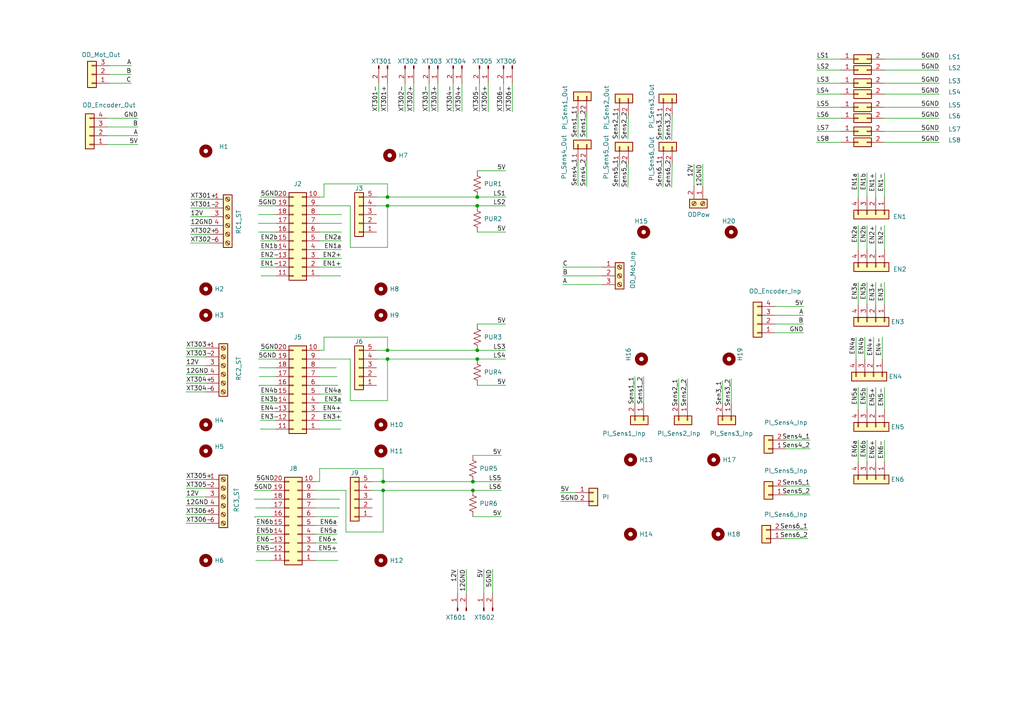
<source format=kicad_sch>
(kicad_sch (version 20211123) (generator eeschema)
  (paper "A4")
  (lib_symbols
    (symbol "Connector:Conn_01x02_Male" (pin_names (offset 1.016) hide)
      (property "Reference" "J" (at 0 2.54 0))
      (property "Value" "Conn_01x02_Male" (at 0 -5.08 0))
      (symbol "Conn_01x02_Male_1_1"
        (polyline (pts (xy 1.27 -2.54) (xy 0.8636 -2.54)) (stroke (width 0.1524)))
        (polyline (pts (xy 1.27 0) (xy 0.8636 0)) (stroke (width 0.1524)))
        (rectangle (start 0.8636 -2.413) (end 0 -2.667) (stroke (width 0.1524)) (fill (type outline)))
        (rectangle (start 0.8636 0.127) (end 0 -0.127) (stroke (width 0.1524)) (fill (type outline)))
        (pin passive line (at 5.08 0 180) (length 3.81) (name "Pin_1") (number "1"))
        (pin passive line (at 5.08 -2.54 180) (length 3.81) (name "Pin_2") (number "2"))
      )
    )
    (symbol "Connector:Screw_Terminal_01x02" (pin_names (offset 1.016) hide)
      (property "Reference" "J" (at 0 2.54 0))
      (property "Value" "Screw_Terminal_01x02" (at 0 -5.08 0))
      (symbol "Screw_Terminal_01x02_1_1"
        (rectangle (start -1.27 1.27) (end 1.27 -3.81) (stroke (width 0.254)) (fill (type background)))
        (circle (center 0 -2.54) (radius 0.635) (stroke (width 0.1524)))
        (polyline (pts (xy -0.5334 -2.2098) (xy 0.3302 -3.048)) (stroke (width 0.1524)))
        (polyline (pts (xy -0.5334 0.3302) (xy 0.3302 -0.508)) (stroke (width 0.1524)))
        (polyline (pts (xy -0.3556 -2.032) (xy 0.508 -2.8702)) (stroke (width 0.1524)))
        (polyline (pts (xy -0.3556 0.508) (xy 0.508 -0.3302)) (stroke (width 0.1524)))
        (circle (center 0 0) (radius 0.635) (stroke (width 0.1524)))
        (pin passive line (at -5.08 0 0) (length 3.81) (name "Pin_1") (number "1"))
        (pin passive line (at -5.08 -2.54 0) (length 3.81) (name "Pin_2") (number "2"))
      )
    )
    (symbol "Connector:Screw_Terminal_01x03" (pin_names (offset 1.016) hide)
      (property "Reference" "J" (at 0 5.08 0))
      (property "Value" "Screw_Terminal_01x03" (at 0 -5.08 0))
      (symbol "Screw_Terminal_01x03_1_1"
        (rectangle (start -1.27 3.81) (end 1.27 -3.81) (stroke (width 0.254)) (fill (type background)))
        (circle (center 0 -2.54) (radius 0.635) (stroke (width 0.1524)))
        (polyline (pts (xy -0.5334 -2.2098) (xy 0.3302 -3.048)) (stroke (width 0.1524)))
        (polyline (pts (xy -0.5334 0.3302) (xy 0.3302 -0.508)) (stroke (width 0.1524)))
        (polyline (pts (xy -0.5334 2.8702) (xy 0.3302 2.032)) (stroke (width 0.1524)))
        (polyline (pts (xy -0.3556 -2.032) (xy 0.508 -2.8702)) (stroke (width 0.1524)))
        (polyline (pts (xy -0.3556 0.508) (xy 0.508 -0.3302)) (stroke (width 0.1524)))
        (polyline (pts (xy -0.3556 3.048) (xy 0.508 2.2098)) (stroke (width 0.1524)))
        (circle (center 0 0) (radius 0.635) (stroke (width 0.1524)))
        (circle (center 0 2.54) (radius 0.635) (stroke (width 0.1524)))
        (pin passive line (at -5.08 2.54 0) (length 3.81) (name "Pin_1") (number "1"))
        (pin passive line (at -5.08 0 0) (length 3.81) (name "Pin_2") (number "2"))
        (pin passive line (at -5.08 -2.54 0) (length 3.81) (name "Pin_3") (number "3"))
      )
    )
    (symbol "Connector:Screw_Terminal_01x06" (pin_names (offset 1.016) hide)
      (property "Reference" "J" (at 0 7.62 0))
      (property "Value" "Screw_Terminal_01x06" (at 0 -10.16 0))
      (symbol "Screw_Terminal_01x06_1_1"
        (rectangle (start -1.27 6.35) (end 1.27 -8.89) (stroke (width 0.254)) (fill (type background)))
        (circle (center 0 -7.62) (radius 0.635) (stroke (width 0.1524)))
        (circle (center 0 -5.08) (radius 0.635) (stroke (width 0.1524)))
        (circle (center 0 -2.54) (radius 0.635) (stroke (width 0.1524)))
        (polyline (pts (xy -0.5334 -7.2898) (xy 0.3302 -8.128)) (stroke (width 0.1524)))
        (polyline (pts (xy -0.5334 -4.7498) (xy 0.3302 -5.588)) (stroke (width 0.1524)))
        (polyline (pts (xy -0.5334 -2.2098) (xy 0.3302 -3.048)) (stroke (width 0.1524)))
        (polyline (pts (xy -0.5334 0.3302) (xy 0.3302 -0.508)) (stroke (width 0.1524)))
        (polyline (pts (xy -0.5334 2.8702) (xy 0.3302 2.032)) (stroke (width 0.1524)))
        (polyline (pts (xy -0.5334 5.4102) (xy 0.3302 4.572)) (stroke (width 0.1524)))
        (polyline (pts (xy -0.3556 -7.112) (xy 0.508 -7.9502)) (stroke (width 0.1524)))
        (polyline (pts (xy -0.3556 -4.572) (xy 0.508 -5.4102)) (stroke (width 0.1524)))
        (polyline (pts (xy -0.3556 -2.032) (xy 0.508 -2.8702)) (stroke (width 0.1524)))
        (polyline (pts (xy -0.3556 0.508) (xy 0.508 -0.3302)) (stroke (width 0.1524)))
        (polyline (pts (xy -0.3556 3.048) (xy 0.508 2.2098)) (stroke (width 0.1524)))
        (polyline (pts (xy -0.3556 5.588) (xy 0.508 4.7498)) (stroke (width 0.1524)))
        (circle (center 0 0) (radius 0.635) (stroke (width 0.1524)))
        (circle (center 0 2.54) (radius 0.635) (stroke (width 0.1524)))
        (circle (center 0 5.08) (radius 0.635) (stroke (width 0.1524)))
        (pin passive line (at -5.08 5.08 0) (length 3.81) (name "Pin_1") (number "1"))
        (pin passive line (at -5.08 2.54 0) (length 3.81) (name "Pin_2") (number "2"))
        (pin passive line (at -5.08 0 0) (length 3.81) (name "Pin_3") (number "3"))
        (pin passive line (at -5.08 -2.54 0) (length 3.81) (name "Pin_4") (number "4"))
        (pin passive line (at -5.08 -5.08 0) (length 3.81) (name "Pin_5") (number "5"))
        (pin passive line (at -5.08 -7.62 0) (length 3.81) (name "Pin_6") (number "6"))
      )
    )
    (symbol "Connector_Generic:Conn_01x02" (pin_names (offset 1.016) hide)
      (property "Reference" "J" (at 0 2.54 0))
      (property "Value" "Conn_01x02" (at 0 -5.08 0))
      (symbol "Conn_01x02_1_1"
        (rectangle (start -1.27 -2.413) (end 0 -2.667) (stroke (width 0.1524)))
        (rectangle (start -1.27 0.127) (end 0 -0.127) (stroke (width 0.1524)))
        (rectangle (start -1.27 1.27) (end 1.27 -3.81) (stroke (width 0.254)) (fill (type background)))
        (pin passive line (at -5.08 0 0) (length 3.81) (name "Pin_1") (number "1"))
        (pin passive line (at -5.08 -2.54 0) (length 3.81) (name "Pin_2") (number "2"))
      )
    )
    (symbol "Connector_Generic:Conn_01x03" (pin_names (offset 1.016) hide)
      (property "Reference" "J" (at 0 5.08 0))
      (property "Value" "Conn_01x03" (at 0 -5.08 0))
      (symbol "Conn_01x03_1_1"
        (rectangle (start -1.27 -2.413) (end 0 -2.667) (stroke (width 0.1524)))
        (rectangle (start -1.27 0.127) (end 0 -0.127) (stroke (width 0.1524)))
        (rectangle (start -1.27 2.667) (end 0 2.413) (stroke (width 0.1524)))
        (rectangle (start -1.27 3.81) (end 1.27 -3.81) (stroke (width 0.254)) (fill (type background)))
        (pin passive line (at -5.08 2.54 0) (length 3.81) (name "Pin_1") (number "1"))
        (pin passive line (at -5.08 0 0) (length 3.81) (name "Pin_2") (number "2"))
        (pin passive line (at -5.08 -2.54 0) (length 3.81) (name "Pin_3") (number "3"))
      )
    )
    (symbol "Connector_Generic:Conn_01x04" (pin_names (offset 1.016) hide)
      (property "Reference" "J" (at 0 5.08 0))
      (property "Value" "Conn_01x04" (at 0 -7.62 0))
      (symbol "Conn_01x04_1_1"
        (rectangle (start -1.27 -4.953) (end 0 -5.207) (stroke (width 0.1524)))
        (rectangle (start -1.27 -2.413) (end 0 -2.667) (stroke (width 0.1524)))
        (rectangle (start -1.27 0.127) (end 0 -0.127) (stroke (width 0.1524)))
        (rectangle (start -1.27 2.667) (end 0 2.413) (stroke (width 0.1524)))
        (rectangle (start -1.27 3.81) (end 1.27 -6.35) (stroke (width 0.254)) (fill (type background)))
        (pin passive line (at -5.08 2.54 0) (length 3.81) (name "Pin_1") (number "1"))
        (pin passive line (at -5.08 0 0) (length 3.81) (name "Pin_2") (number "2"))
        (pin passive line (at -5.08 -2.54 0) (length 3.81) (name "Pin_3") (number "3"))
        (pin passive line (at -5.08 -5.08 0) (length 3.81) (name "Pin_4") (number "4"))
      )
    )
    (symbol "Connector_Generic:Conn_01x05" (pin_names (offset 1.016) hide)
      (property "Reference" "J" (at 0 7.62 0))
      (property "Value" "Conn_01x05" (at 0 -7.62 0))
      (symbol "Conn_01x05_1_1"
        (rectangle (start -1.27 -4.953) (end 0 -5.207) (stroke (width 0.1524)))
        (rectangle (start -1.27 -2.413) (end 0 -2.667) (stroke (width 0.1524)))
        (rectangle (start -1.27 0.127) (end 0 -0.127) (stroke (width 0.1524)))
        (rectangle (start -1.27 2.667) (end 0 2.413) (stroke (width 0.1524)))
        (rectangle (start -1.27 5.207) (end 0 4.953) (stroke (width 0.1524)))
        (rectangle (start -1.27 6.35) (end 1.27 -6.35) (stroke (width 0.254)) (fill (type background)))
        (pin passive line (at -5.08 5.08 0) (length 3.81) (name "Pin_1") (number "1"))
        (pin passive line (at -5.08 2.54 0) (length 3.81) (name "Pin_2") (number "2"))
        (pin passive line (at -5.08 0 0) (length 3.81) (name "Pin_3") (number "3"))
        (pin passive line (at -5.08 -2.54 0) (length 3.81) (name "Pin_4") (number "4"))
        (pin passive line (at -5.08 -5.08 0) (length 3.81) (name "Pin_5") (number "5"))
      )
    )
    (symbol "Connector_Generic:Conn_02x01" (pin_names (offset 1.016) hide)
      (property "Reference" "J" (at 1.27 2.54 0))
      (property "Value" "Conn_02x01" (at 1.27 -2.54 0))
      (symbol "Conn_02x01_1_1"
        (rectangle (start -1.27 0.127) (end 0 -0.127) (stroke (width 0.1524)))
        (rectangle (start -1.27 1.27) (end 3.81 -1.27) (stroke (width 0.254)) (fill (type background)))
        (rectangle (start 3.81 0.127) (end 2.54 -0.127) (stroke (width 0.1524)))
        (pin passive line (at -5.08 0 0) (length 3.81) (name "Pin_1") (number "1"))
        (pin passive line (at 7.62 0 180) (length 3.81) (name "Pin_2") (number "2"))
      )
    )
    (symbol "Connector_Generic:Conn_02x10_Top_Bottom" (pin_names (offset 1.016) hide)
      (property "Reference" "J" (at 1.27 12.7 0))
      (property "Value" "Conn_02x10_Top_Bottom" (at 1.27 -15.24 0))
      (symbol "Conn_02x10_Top_Bottom_1_1"
        (rectangle (start -1.27 -12.573) (end 0 -12.827) (stroke (width 0.1524)))
        (rectangle (start -1.27 -10.033) (end 0 -10.287) (stroke (width 0.1524)))
        (rectangle (start -1.27 -7.493) (end 0 -7.747) (stroke (width 0.1524)))
        (rectangle (start -1.27 -4.953) (end 0 -5.207) (stroke (width 0.1524)))
        (rectangle (start -1.27 -2.413) (end 0 -2.667) (stroke (width 0.1524)))
        (rectangle (start -1.27 0.127) (end 0 -0.127) (stroke (width 0.1524)))
        (rectangle (start -1.27 2.667) (end 0 2.413) (stroke (width 0.1524)))
        (rectangle (start -1.27 5.207) (end 0 4.953) (stroke (width 0.1524)))
        (rectangle (start -1.27 7.747) (end 0 7.493) (stroke (width 0.1524)))
        (rectangle (start -1.27 10.287) (end 0 10.033) (stroke (width 0.1524)))
        (rectangle (start -1.27 11.43) (end 3.81 -13.97) (stroke (width 0.254)) (fill (type background)))
        (rectangle (start 3.81 -12.573) (end 2.54 -12.827) (stroke (width 0.1524)))
        (rectangle (start 3.81 -10.033) (end 2.54 -10.287) (stroke (width 0.1524)))
        (rectangle (start 3.81 -7.493) (end 2.54 -7.747) (stroke (width 0.1524)))
        (rectangle (start 3.81 -4.953) (end 2.54 -5.207) (stroke (width 0.1524)))
        (rectangle (start 3.81 -2.413) (end 2.54 -2.667) (stroke (width 0.1524)))
        (rectangle (start 3.81 0.127) (end 2.54 -0.127) (stroke (width 0.1524)))
        (rectangle (start 3.81 2.667) (end 2.54 2.413) (stroke (width 0.1524)))
        (rectangle (start 3.81 5.207) (end 2.54 4.953) (stroke (width 0.1524)))
        (rectangle (start 3.81 7.747) (end 2.54 7.493) (stroke (width 0.1524)))
        (rectangle (start 3.81 10.287) (end 2.54 10.033) (stroke (width 0.1524)))
        (pin passive line (at -5.08 10.16 0) (length 3.81) (name "Pin_1") (number "1"))
        (pin passive line (at -5.08 -12.7 0) (length 3.81) (name "Pin_10") (number "10"))
        (pin passive line (at 7.62 10.16 180) (length 3.81) (name "Pin_11") (number "11"))
        (pin passive line (at 7.62 7.62 180) (length 3.81) (name "Pin_12") (number "12"))
        (pin passive line (at 7.62 5.08 180) (length 3.81) (name "Pin_13") (number "13"))
        (pin passive line (at 7.62 2.54 180) (length 3.81) (name "Pin_14") (number "14"))
        (pin passive line (at 7.62 0 180) (length 3.81) (name "Pin_15") (number "15"))
        (pin passive line (at 7.62 -2.54 180) (length 3.81) (name "Pin_16") (number "16"))
        (pin passive line (at 7.62 -5.08 180) (length 3.81) (name "Pin_17") (number "17"))
        (pin passive line (at 7.62 -7.62 180) (length 3.81) (name "Pin_18") (number "18"))
        (pin passive line (at 7.62 -10.16 180) (length 3.81) (name "Pin_19") (number "19"))
        (pin passive line (at -5.08 7.62 0) (length 3.81) (name "Pin_2") (number "2"))
        (pin passive line (at 7.62 -12.7 180) (length 3.81) (name "Pin_20") (number "20"))
        (pin passive line (at -5.08 5.08 0) (length 3.81) (name "Pin_3") (number "3"))
        (pin passive line (at -5.08 2.54 0) (length 3.81) (name "Pin_4") (number "4"))
        (pin passive line (at -5.08 0 0) (length 3.81) (name "Pin_5") (number "5"))
        (pin passive line (at -5.08 -2.54 0) (length 3.81) (name "Pin_6") (number "6"))
        (pin passive line (at -5.08 -5.08 0) (length 3.81) (name "Pin_7") (number "7"))
        (pin passive line (at -5.08 -7.62 0) (length 3.81) (name "Pin_8") (number "8"))
        (pin passive line (at -5.08 -10.16 0) (length 3.81) (name "Pin_9") (number "9"))
      )
    )
    (symbol "Device:R_US" (pin_numbers hide) (pin_names (offset 0))
      (property "Reference" "R" (at 2.54 0 90))
      (property "Value" "R_US" (at -2.54 0 90))
      (symbol "R_US_0_1"
        (polyline (pts (xy 0 -2.286) (xy 0 -2.54)))
        (polyline (pts (xy 0 2.286) (xy 0 2.54)))
        (polyline (pts (xy 0 -0.762) (xy 1.016 -1.143) (xy 0 -1.524) (xy -1.016 -1.905) (xy 0 -2.286)))
        (polyline (pts (xy 0 0.762) (xy 1.016 0.381) (xy 0 0) (xy -1.016 -0.381) (xy 0 -0.762)))
        (polyline (pts (xy 0 2.286) (xy 1.016 1.905) (xy 0 1.524) (xy -1.016 1.143) (xy 0 0.762)))
      )
      (symbol "R_US_1_1"
        (pin passive line (at 0 3.81 270) (length 1.27) (name "~") (number "1"))
        (pin passive line (at 0 -3.81 90) (length 1.27) (name "~") (number "2"))
      )
    )
    (symbol "Mechanical:MountingHole" (pin_names (offset 1.016))
      (property "Reference" "H" (at 0 5.08 0))
      (property "Value" "MountingHole" (at 0 3.175 0))
      (symbol "MountingHole_0_1"
        (circle (center 0 0) (radius 1.27) (stroke (width 1.27)))
      )
    )
  )
  (junction (at 138.43 57.15))
  (junction (at 138.43 104.14))
  (junction (at 111.125 139.7))
  (junction (at 138.43 101.6))
  (junction (at 112.395 57.15))
  (junction (at 112.395 101.6))
  (junction (at 138.43 59.69))
  (junction (at 111.125 142.24))
  (junction (at 137.16 139.7))
  (junction (at 137.16 142.24))
  (junction (at 112.395 59.69))
  (junction (at 112.395 104.14))
  (wire (pts (xy 109.22 57.15) (xy 112.395 57.15)))
  (wire (pts (xy 100.33 142.24) (xy 100.33 154.305)))
  (wire (pts (xy 254 127.635) (xy 254 133.985)))
  (wire (pts (xy 109.22 59.69) (xy 112.395 59.69)))
  (wire (pts (xy 138.43 101.6) (xy 146.685 101.6)))
  (wire (pts (xy 101.6 71.755) (xy 112.395 71.755)))
  (wire (pts (xy 92.71 114.3) (xy 99.06 114.3)))
  (wire (pts (xy 53.975 103.505) (xy 59.69 103.505)))
  (wire (pts (xy 138.43 59.69) (xy 146.685 59.69)))
  (wire (pts (xy 254 65.405) (xy 254 72.39)))
  (wire (pts (xy 236.855 17.145) (xy 243.84 17.145)))
  (wire (pts (xy 74.295 160.02) (xy 78.74 160.02)))
  (wire (pts (xy 127 24.13) (xy 127 32.385)))
  (wire (pts (xy 101.6 116.205) (xy 112.395 116.205)))
  (wire (pts (xy 92.71 119.38) (xy 99.06 119.38)))
  (wire (pts (xy 124.46 24.13) (xy 124.46 32.385)))
  (wire (pts (xy 248.92 81.915) (xy 248.92 88.265)))
  (wire (pts (xy 75.565 72.39) (xy 80.01 72.39)))
  (wire (pts (xy 248.92 127.635) (xy 248.92 133.985)))
  (wire (pts (xy 234.95 140.97) (xy 227.965 140.97)))
  (wire (pts (xy 75.565 114.3) (xy 80.01 114.3)))
  (wire (pts (xy 40.005 34.29) (xy 31.115 34.29)))
  (wire (pts (xy 74.168 162.56) (xy 78.74 162.56)))
  (wire (pts (xy 109.22 101.6) (xy 112.395 101.6)))
  (wire (pts (xy 236.855 34.29) (xy 243.84 34.29)))
  (wire (pts (xy 256.54 38.1) (xy 272.415 38.1)))
  (wire (pts (xy 186.69 109.22) (xy 186.69 116.84)))
  (wire (pts (xy 112.395 59.69) (xy 138.43 59.69)))
  (wire (pts (xy 78.74 149.86) (xy 73.914 149.86)))
  (wire (pts (xy 53.975 100.965) (xy 59.69 100.965)))
  (wire (pts (xy 162.56 145.415) (xy 167.005 145.415)))
  (wire (pts (xy 256.54 41.275) (xy 272.415 41.275)))
  (wire (pts (xy 55.245 70.485) (xy 60.96 70.485)))
  (wire (pts (xy 91.44 152.4) (xy 97.79 152.4)))
  (wire (pts (xy 133.985 24.13) (xy 133.985 32.385)))
  (wire (pts (xy 92.71 104.14) (xy 101.6 104.14)))
  (wire (pts (xy 251.46 81.915) (xy 251.46 88.265)))
  (wire (pts (xy 167.64 46.99) (xy 167.64 53.975)))
  (wire (pts (xy 92.71 80.01) (xy 98.806 80.01)))
  (wire (pts (xy 224.79 88.9) (xy 233.045 88.9)))
  (wire (pts (xy 254 112.395) (xy 254 118.745)))
  (wire (pts (xy 112.395 116.205) (xy 112.395 104.14)))
  (wire (pts (xy 91.44 139.7) (xy 92.71 139.7)))
  (wire (pts (xy 75.565 69.85) (xy 80.01 69.85)))
  (wire (pts (xy 137.16 149.86) (xy 145.415 149.86)))
  (wire (pts (xy 248.285 97.79) (xy 248.285 104.14)))
  (wire (pts (xy 93.98 97.79) (xy 112.395 97.79)))
  (wire (pts (xy 112.395 97.79) (xy 112.395 101.6)))
  (wire (pts (xy 142.875 165.1) (xy 142.875 172.085)))
  (wire (pts (xy 74.295 139.7) (xy 78.74 139.7)))
  (wire (pts (xy 40.005 41.91) (xy 31.115 41.91)))
  (wire (pts (xy 112.395 57.15) (xy 138.43 57.15)))
  (wire (pts (xy 91.44 144.78) (xy 98.552 144.78)))
  (wire (pts (xy 92.71 62.23) (xy 99.06 62.23)))
  (wire (pts (xy 112.395 24.13) (xy 112.395 32.385)))
  (wire (pts (xy 254 50.165) (xy 254 57.15)))
  (wire (pts (xy 256.54 112.395) (xy 256.54 118.745)))
  (wire (pts (xy 256.54 127.635) (xy 256.54 133.985)))
  (wire (pts (xy 38.1 21.59) (xy 31.75 21.59)))
  (wire (pts (xy 196.85 109.855) (xy 196.85 116.84)))
  (wire (pts (xy 253.365 97.79) (xy 253.365 104.14)))
  (wire (pts (xy 256.54 17.145) (xy 272.415 17.145)))
  (wire (pts (xy 92.71 77.47) (xy 99.06 77.47)))
  (wire (pts (xy 139.065 24.13) (xy 139.065 32.385)))
  (wire (pts (xy 53.975 106.045) (xy 59.69 106.045)))
  (wire (pts (xy 170.18 46.99) (xy 170.18 54.102)))
  (wire (pts (xy 111.125 135.89) (xy 111.125 139.7)))
  (wire (pts (xy 93.98 101.6) (xy 93.98 97.79)))
  (wire (pts (xy 256.54 34.29) (xy 272.415 34.29)))
  (wire (pts (xy 138.43 93.98) (xy 146.685 93.98)))
  (wire (pts (xy 236.855 31.115) (xy 243.84 31.115)))
  (wire (pts (xy 55.245 60.325) (xy 60.96 60.325)))
  (wire (pts (xy 75.184 106.68) (xy 80.01 106.68)))
  (wire (pts (xy 92.71 72.39) (xy 99.06 72.39)))
  (wire (pts (xy 75.184 111.76) (xy 75.184 112.014)))
  (wire (pts (xy 148.59 24.13) (xy 148.59 32.385)))
  (wire (pts (xy 209.55 110.49) (xy 209.55 116.84)))
  (wire (pts (xy 55.245 67.945) (xy 60.96 67.945)))
  (wire (pts (xy 141.605 24.13) (xy 141.605 32.385)))
  (wire (pts (xy 75.565 116.84) (xy 80.01 116.84)))
  (wire (pts (xy 137.16 132.08) (xy 145.415 132.08)))
  (wire (pts (xy 73.66 144.78) (xy 78.74 144.78)))
  (wire (pts (xy 163.195 77.47) (xy 174.625 77.47)))
  (wire (pts (xy 75.565 101.6) (xy 80.01 101.6)))
  (wire (pts (xy 74.295 152.4) (xy 78.74 152.4)))
  (wire (pts (xy 256.54 50.165) (xy 256.54 57.15)))
  (wire (pts (xy 91.44 154.94) (xy 97.79 154.94)))
  (wire (pts (xy 179.705 47.625) (xy 179.578 54.229)))
  (wire (pts (xy 92.71 135.89) (xy 111.125 135.89)))
  (wire (pts (xy 184.15 109.22) (xy 184.15 116.84)))
  (wire (pts (xy 201.295 47.625) (xy 201.295 53.975)))
  (wire (pts (xy 248.92 65.405) (xy 248.92 72.39)))
  (wire (pts (xy 135.255 165.1) (xy 135.255 172.085)))
  (wire (pts (xy 93.98 53.34) (xy 112.395 53.34)))
  (wire (pts (xy 92.71 111.76) (xy 98.044 111.76)))
  (wire (pts (xy 74.168 147.32) (xy 78.74 147.32)))
  (wire (pts (xy 255.905 97.79) (xy 255.905 104.14)))
  (wire (pts (xy 256.54 27.305) (xy 272.415 27.305)))
  (wire (pts (xy 224.79 91.44) (xy 233.045 91.44)))
  (wire (pts (xy 92.71 74.93) (xy 99.06 74.93)))
  (wire (pts (xy 53.975 139.065) (xy 59.69 139.065)))
  (wire (pts (xy 91.44 162.56) (xy 98.044 162.56)))
  (wire (pts (xy 53.975 113.665) (xy 59.69 113.665)))
  (wire (pts (xy 163.195 82.55) (xy 174.625 82.55)))
  (wire (pts (xy 53.975 144.145) (xy 59.69 144.145)))
  (wire (pts (xy 162.56 142.875) (xy 167.005 142.875)))
  (wire (pts (xy 236.855 27.305) (xy 243.84 27.305)))
  (wire (pts (xy 251.46 127.635) (xy 251.46 133.985)))
  (wire (pts (xy 53.975 146.685) (xy 59.69 146.685)))
  (wire (pts (xy 234.95 127.635) (xy 227.965 127.635)))
  (wire (pts (xy 74.93 104.14) (xy 80.01 104.14)))
  (wire (pts (xy 234.95 143.51) (xy 227.965 143.51)))
  (wire (pts (xy 80.01 124.46) (xy 75.692 124.46)))
  (wire (pts (xy 167.64 33.02) (xy 167.64 39.878)))
  (wire (pts (xy 93.98 57.15) (xy 93.98 53.34)))
  (wire (pts (xy 194.945 47.625) (xy 194.818 54.356)))
  (wire (pts (xy 92.71 101.6) (xy 93.98 101.6)))
  (wire (pts (xy 101.6 59.69) (xy 101.6 71.755)))
  (wire (pts (xy 111.125 139.7) (xy 137.16 139.7)))
  (wire (pts (xy 254 81.915) (xy 254 88.265)))
  (wire (pts (xy 53.975 111.125) (xy 59.69 111.125)))
  (wire (pts (xy 146.05 24.13) (xy 146.05 32.385)))
  (wire (pts (xy 75.565 119.38) (xy 80.01 119.38)))
  (wire (pts (xy 179.705 33.655) (xy 179.578 40.386)))
  (wire (pts (xy 74.295 157.48) (xy 78.74 157.48)))
  (wire (pts (xy 92.71 59.69) (xy 101.6 59.69)))
  (wire (pts (xy 212.09 109.855) (xy 212.09 116.84)))
  (wire (pts (xy 74.93 62.23) (xy 80.01 62.23)))
  (wire (pts (xy 53.975 149.225) (xy 59.69 149.225)))
  (wire (pts (xy 251.46 112.395) (xy 251.46 118.745)))
  (wire (pts (xy 170.18 33.02) (xy 170.18 39.878)))
  (wire (pts (xy 73.66 142.24) (xy 78.74 142.24)))
  (wire (pts (xy 112.395 101.6) (xy 138.43 101.6)))
  (wire (pts (xy 80.01 111.76) (xy 75.184 111.76)))
  (wire (pts (xy 91.44 147.32) (xy 98.298 147.32)))
  (wire (pts (xy 256.54 31.115) (xy 272.415 31.115)))
  (wire (pts (xy 138.43 111.76) (xy 146.685 111.76)))
  (wire (pts (xy 53.975 108.585) (xy 59.69 108.585)))
  (wire (pts (xy 107.95 142.24) (xy 111.125 142.24)))
  (wire (pts (xy 92.71 109.22) (xy 97.79 109.22)))
  (wire (pts (xy 203.835 47.625) (xy 203.835 53.975)))
  (wire (pts (xy 111.125 142.24) (xy 137.16 142.24)))
  (wire (pts (xy 236.855 20.32) (xy 243.84 20.32)))
  (wire (pts (xy 107.95 139.7) (xy 111.125 139.7)))
  (wire (pts (xy 192.405 33.655) (xy 192.278 40.64)))
  (wire (pts (xy 224.79 96.52) (xy 233.045 96.52)))
  (wire (pts (xy 163.195 80.01) (xy 174.625 80.01)))
  (wire (pts (xy 74.93 59.69) (xy 80.01 59.69)))
  (wire (pts (xy 98.298 147.32) (xy 98.298 147.574)))
  (wire (pts (xy 138.43 67.31) (xy 146.685 67.31)))
  (wire (pts (xy 101.6 104.14) (xy 101.6 116.205)))
  (wire (pts (xy 234.95 130.175) (xy 227.965 130.175)))
  (wire (pts (xy 91.44 160.02) (xy 97.79 160.02)))
  (wire (pts (xy 248.92 50.165) (xy 248.92 57.15)))
  (wire (pts (xy 40.005 36.83) (xy 31.115 36.83)))
  (wire (pts (xy 92.71 116.84) (xy 99.06 116.84)))
  (wire (pts (xy 74.93 67.31) (xy 80.01 67.31)))
  (wire (pts (xy 251.46 65.405) (xy 251.46 72.39)))
  (wire (pts (xy 234.315 156.21) (xy 227.33 156.21)))
  (wire (pts (xy 55.245 62.865) (xy 60.96 62.865)))
  (wire (pts (xy 256.54 81.915) (xy 256.54 88.265)))
  (wire (pts (xy 92.71 106.68) (xy 97.536 106.68)))
  (wire (pts (xy 91.44 157.48) (xy 97.79 157.48)))
  (wire (pts (xy 75.565 57.15) (xy 80.01 57.15)))
  (wire (pts (xy 194.945 33.655) (xy 194.818 40.64)))
  (wire (pts (xy 92.71 57.15) (xy 93.98 57.15)))
  (wire (pts (xy 256.54 20.32) (xy 272.415 20.32)))
  (wire (pts (xy 75.184 109.22) (xy 80.01 109.22)))
  (wire (pts (xy 74.93 64.77) (xy 80.01 64.77)))
  (wire (pts (xy 182.245 33.655) (xy 182.118 40.386)))
  (wire (pts (xy 38.1 24.13) (xy 31.75 24.13)))
  (wire (pts (xy 132.715 165.1) (xy 132.715 172.085)))
  (wire (pts (xy 40.005 39.37) (xy 31.115 39.37)))
  (wire (pts (xy 140.335 165.1) (xy 140.335 172.085)))
  (wire (pts (xy 250.825 97.79) (xy 250.825 104.14)))
  (wire (pts (xy 91.44 142.24) (xy 100.33 142.24)))
  (wire (pts (xy 192.405 47.625) (xy 192.278 54.229)))
  (wire (pts (xy 137.16 142.24) (xy 145.415 142.24)))
  (wire (pts (xy 112.395 53.34) (xy 112.395 57.15)))
  (wire (pts (xy 117.475 24.13) (xy 117.475 32.385)))
  (wire (pts (xy 199.39 109.855) (xy 199.39 116.84)))
  (wire (pts (xy 112.395 71.755) (xy 112.395 59.69)))
  (wire (pts (xy 92.71 121.92) (xy 99.06 121.92)))
  (wire (pts (xy 138.43 57.15) (xy 146.685 57.15)))
  (wire (pts (xy 55.245 65.405) (xy 60.96 65.405)))
  (wire (pts (xy 92.71 124.46) (xy 98.806 124.46)))
  (wire (pts (xy 109.855 24.13) (xy 109.855 32.385)))
  (wire (pts (xy 75.692 80.01) (xy 80.01 80.01)))
  (wire (pts (xy 111.125 154.305) (xy 111.125 142.24)))
  (wire (pts (xy 248.92 112.395) (xy 248.92 118.745)))
  (wire (pts (xy 75.692 124.46) (xy 75.692 124.206)))
  (wire (pts (xy 38.1 19.05) (xy 31.75 19.05)))
  (wire (pts (xy 109.22 104.14) (xy 112.395 104.14)))
  (wire (pts (xy 112.395 104.14) (xy 138.43 104.14)))
  (wire (pts (xy 75.565 74.93) (xy 80.01 74.93)))
  (wire (pts (xy 131.445 24.13) (xy 131.445 32.385)))
  (wire (pts (xy 92.71 69.85) (xy 99.06 69.85)))
  (wire (pts (xy 92.71 64.77) (xy 99.06 64.77)))
  (wire (pts (xy 236.855 24.13) (xy 243.84 24.13)))
  (wire (pts (xy 75.565 121.92) (xy 80.01 121.92)))
  (wire (pts (xy 138.43 49.53) (xy 146.685 49.53)))
  (wire (pts (xy 53.975 151.765) (xy 59.69 151.765)))
  (wire (pts (xy 236.855 41.275) (xy 243.84 41.275)))
  (wire (pts (xy 100.33 154.305) (xy 111.125 154.305)))
  (wire (pts (xy 75.565 77.47) (xy 80.01 77.47)))
  (wire (pts (xy 256.54 24.13) (xy 272.415 24.13)))
  (wire (pts (xy 137.16 139.7) (xy 145.415 139.7)))
  (wire (pts (xy 74.295 154.94) (xy 78.74 154.94)))
  (wire (pts (xy 251.46 50.165) (xy 251.46 57.15)))
  (wire (pts (xy 91.44 149.86) (xy 98.044 149.86)))
  (wire (pts (xy 53.975 141.605) (xy 59.69 141.605)))
  (wire (pts (xy 256.54 65.405) (xy 256.54 72.39)))
  (wire (pts (xy 73.914 149.86) (xy 73.914 150.114)))
  (wire (pts (xy 138.43 104.14) (xy 146.685 104.14)))
  (wire (pts (xy 92.71 139.7) (xy 92.71 135.89)))
  (wire (pts (xy 92.71 67.31) (xy 99.06 67.31)))
  (wire (pts (xy 224.79 93.98) (xy 233.045 93.98)))
  (wire (pts (xy 236.855 38.1) (xy 243.84 38.1)))
  (wire (pts (xy 182.245 47.625) (xy 182.118 54.356)))
  (wire (pts (xy 55.245 57.785) (xy 60.96 57.785)))
  (wire (pts (xy 234.315 153.67) (xy 227.33 153.67)))
  (wire (pts (xy 120.015 24.13) (xy 120.015 32.385)))
  (label "A" (at 163.195 82.55 0))
  (label "XT301+" (at 55.245 57.785 0))
  (label "EN5b" (at 74.295 154.94 0))
  (label "Sens4_2" (at 170.18 54.102 90))
  (label "EN4-" (at 255.905 97.79 270))
  (label "XT305-" (at 139.065 32.385 90))
  (label "XT306+" (at 53.975 149.225 0))
  (label "XT303+" (at 53.975 100.965 0))
  (label "EN2b" (at 75.565 69.85 0))
  (label "LS1" (at 146.685 57.15 180))
  (label "XT305-" (at 53.975 141.605 0))
  (label "5GND" (at 75.565 101.6 0))
  (label "LS4" (at 146.685 104.14 180))
  (label "12GND" (at 55.245 65.405 0))
  (label "XT306+" (at 148.59 32.385 90))
  (label "5GND" (at 142.875 165.1 270))
  (label "XT301-" (at 109.855 32.385 90))
  (label "Sens5_2" (at 182.118 54.356 90))
  (label "XT303-" (at 53.975 103.505 0))
  (label "B" (at 40.005 36.83 180))
  (label "5GND" (at 74.93 104.14 0))
  (label "5GND" (at 272.415 31.115 180))
  (label "A" (at 233.045 91.44 180))
  (label "12GND" (at 53.975 108.585 0))
  (label "XT305+" (at 53.975 139.065 0))
  (label "EN4+" (at 253.365 97.79 270))
  (label "Sens2_2" (at 199.39 109.855 270))
  (label "Sen3_1" (at 209.55 110.49 270))
  (label "Sens2_1" (at 196.85 109.855 270))
  (label "Sens4_1" (at 234.95 127.635 180))
  (label "GND" (at 40.005 34.29 180))
  (label "XT306-" (at 146.05 32.385 90))
  (label "LS2" (at 236.855 20.32 0))
  (label "Sens4_2" (at 234.95 130.175 180))
  (label "B" (at 233.045 93.98 180))
  (label "EN6+" (at 97.79 157.48 180))
  (label "5GND" (at 75.565 57.15 0))
  (label "EN2+" (at 99.06 74.93 180))
  (label "EN4-" (at 75.565 119.38 0))
  (label "EN6a" (at 97.79 152.4 180))
  (label "5GND" (at 272.415 24.13 180))
  (label "EN1+" (at 254 50.165 270))
  (label "5V" (at 140.335 165.1 270))
  (label "Sens4_1" (at 167.64 53.975 90))
  (label "EN6+" (at 254 127.635 270))
  (label "Sens1_2" (at 186.69 109.22 270))
  (label "12GND" (at 53.975 146.685 0))
  (label "XT304+" (at 133.985 32.385 90))
  (label "EN6-" (at 256.54 127.635 270))
  (label "Sens5_1" (at 179.578 54.229 90))
  (label "5V" (at 162.56 142.875 0))
  (label "5V" (at 146.685 93.98 180))
  (label "12V" (at 53.975 106.045 0))
  (label "5GND" (at 272.415 17.145 180))
  (label "XT304-" (at 131.445 32.385 90))
  (label "Sens6_1" (at 234.315 153.67 180))
  (label "EN3-" (at 75.565 121.92 0))
  (label "LS3" (at 236.855 24.13 0))
  (label "EN6b" (at 251.46 127.635 270))
  (label "Sens6_2" (at 194.818 54.356 90))
  (label "LS6" (at 145.415 142.24 180))
  (label "EN5+" (at 254 112.395 270))
  (label "C" (at 38.1 24.13 180))
  (label "12GND" (at 135.255 165.1 270))
  (label "Sens1_1" (at 167.64 39.878 90))
  (label "EN2-" (at 256.54 65.405 270))
  (label "EN5-" (at 256.54 112.395 270))
  (label "EN6-" (at 74.295 157.48 0))
  (label "Sens3_1" (at 192.278 40.64 90))
  (label "5V" (at 146.685 67.31 180))
  (label "EN5a" (at 97.79 154.94 180))
  (label "LS6" (at 236.855 34.29 0))
  (label "12V" (at 132.715 165.1 270))
  (label "EN4a" (at 99.06 114.3 180))
  (label "XT305+" (at 141.605 32.385 90))
  (label "LS1" (at 236.855 17.145 0))
  (label "XT306-" (at 53.975 151.765 0))
  (label "EN2-" (at 75.565 74.93 0))
  (label "LS8" (at 236.855 41.275 0))
  (label "EN3b" (at 75.565 116.84 0))
  (label "LS5" (at 145.415 139.7 180))
  (label "EN6b" (at 74.295 152.4 0))
  (label "EN2a" (at 99.06 69.85 180))
  (label "EN3+" (at 254 81.915 270))
  (label "5GND" (at 272.415 27.305 180))
  (label "XT302-" (at 117.475 32.385 90))
  (label "XT303+" (at 127 32.385 90))
  (label "Sens1_2" (at 170.18 39.878 90))
  (label "Sens2_1" (at 179.578 40.386 90))
  (label "EN5-" (at 74.295 160.02 0))
  (label "EN1-" (at 256.54 50.165 270))
  (label "XT302+" (at 55.245 67.945 0))
  (label "EN5a" (at 248.92 112.395 270))
  (label "5GND" (at 74.93 59.69 0))
  (label "XT302+" (at 120.015 32.385 90))
  (label "EN4b" (at 250.825 97.79 270))
  (label "12GND" (at 203.835 47.625 270))
  (label "C" (at 163.195 77.47 0))
  (label "EN2+" (at 254 65.405 270))
  (label "LS7" (at 236.855 38.1 0))
  (label "5V" (at 145.415 132.08 180))
  (label "Sens6_2" (at 234.315 156.21 180))
  (label "LS2" (at 146.685 59.69 180))
  (label "Sens5_1" (at 234.95 140.97 180))
  (label "12V" (at 55.245 62.865 0))
  (label "5GND" (at 73.66 142.24 0))
  (label "Sens1_1" (at 184.15 109.22 270))
  (label "EN1b" (at 251.46 50.165 270))
  (label "12V" (at 53.975 144.145 0))
  (label "EN2b" (at 251.46 65.405 270))
  (label "5V" (at 146.685 49.53 180))
  (label "EN3b" (at 251.46 81.915 270))
  (label "LS3" (at 146.685 101.6 180))
  (label "B" (at 38.1 21.59 180))
  (label "EN1+" (at 99.06 77.47 180))
  (label "EN5b" (at 251.46 112.395 270))
  (label "EN3a" (at 99.06 116.84 180))
  (label "EN3+" (at 99.06 121.92 180))
  (label "EN6a" (at 248.92 127.635 270))
  (label "LS5" (at 236.855 31.115 0))
  (label "5V" (at 146.685 111.76 180))
  (label "GND" (at 233.045 96.52 180))
  (label "5GND" (at 272.415 41.275 180))
  (label "5GND" (at 272.415 20.32 180))
  (label "XT301+" (at 112.395 32.385 90))
  (label "EN3-" (at 256.54 81.915 270))
  (label "5V" (at 40.005 41.91 180))
  (label "EN4a" (at 248.285 97.79 270))
  (label "Sens5_2" (at 234.95 143.51 180))
  (label "EN5+" (at 97.79 160.02 180))
  (label "XT304+" (at 53.975 111.125 0))
  (label "EN3a" (at 248.92 81.915 270))
  (label "5GND" (at 162.56 145.415 0))
  (label "Sens6_1" (at 192.278 54.229 90))
  (label "EN4b" (at 75.565 114.3 0))
  (label "XT303-" (at 124.46 32.385 90))
  (label "LS4" (at 236.855 27.305 0))
  (label "XT301-" (at 55.245 60.325 0))
  (label "A" (at 38.1 19.05 180))
  (label "B" (at 163.195 80.01 0))
  (label "A" (at 40.005 39.37 180))
  (label "XT302-" (at 55.245 70.485 0))
  (label "12V" (at 201.295 47.625 270))
  (label "EN2a" (at 248.92 65.405 270))
  (label "EN1a" (at 99.06 72.39 180))
  (label "EN4+" (at 99.06 119.38 180))
  (label "5GND" (at 74.295 139.7 0))
  (label "5V" (at 233.045 88.9 180))
  (label "EN1a" (at 248.92 50.165 270))
  (label "EN1-" (at 75.565 77.47 0))
  (label "5GND" (at 272.415 38.1 180))
  (label "Sens2_2" (at 182.118 40.386 90))
  (label "XT304-" (at 53.975 113.665 0))
  (label "5GND" (at 272.415 34.29 180))
  (label "5V" (at 145.415 149.86 180))
  (label "Sens3_2" (at 194.818 40.64 90))
  (label "Sens3_2" (at 212.09 109.855 270))
  (label "EN1b" (at 75.565 72.39 0))
  (symbol (lib_id "Connector_Generic:Conn_01x02") (at 192.405 42.545 90) (unit 1)
    (property "Reference" "PI_Sens6_Out" (at 188.976 39.624 0) (effects (justify right)))
    (property "Value" "Conn_01x02" (effects hide))
    (property "Footprint" "Connector_PinHeader_2.54mm:PinHeader_1x02_P2.54mm_Vertical" (effects hide))
  )
  (symbol (lib_id "Connector:Conn_01x02_Male") (at 132.715 177.165 90) (unit 1)
    (property "Reference" "XT601" (at 135.255 179.07 90) (effects (justify left)))
    (property "Value" "Conn_01x02_Male" (effects hide))
    (property "Footprint" "Connector_AMASS:AMASS_XT60-M_1x02_P7.20mm_Vertical" (effects hide))
  )
  (symbol (lib_id "Mechanical:MountingHole") (at 113.03 45.085 0) (unit 1)
    (property "Reference" "H7" (at 115.57 45.0849 0) (effects (justify left)))
    (property "Value" "MountingHole" (effects hide))
    (property "Footprint" "MountingHole:MountingHole_3.2mm_M3" (effects hide))
  )
  (symbol (lib_id "Connector_Generic:Conn_01x04") (at 254 123.825 270) (unit 1)
    (property "Reference" "EN5" (at 260.35 123.825 90))
    (property "Value" "Conn_01x04" (effects hide))
    (property "Footprint" "Connector_PinHeader_2.54mm:PinHeader_1x04_P2.54mm_Vertical" (effects hide))
  )
  (symbol (lib_id "Connector_Generic:Conn_02x01") (at 248.92 20.32 0) (unit 1)
    (property "Reference" "LS2" (at 276.86 19.685 0))
    (property "Value" "Conn_02x01" (effects hide))
    (property "Footprint" "Connector_PinHeader_2.54mm:PinHeader_1x02_P2.54mm_Vertical" (effects hide))
  )
  (symbol (lib_id "Mechanical:MountingHole") (at 110.49 123.19 0) (unit 1)
    (property "Reference" "H10" (at 113.03 123.1899 0) (effects (justify left)))
    (property "Value" "MountingHole" (effects hide))
    (property "Footprint" "MountingHole:MountingHole_3.2mm_M3" (effects hide))
  )
  (symbol (lib_id "Connector_Generic:Conn_01x04") (at 219.71 93.98 180) (unit 1)
    (property "Reference" "OD_Encoder_Inp" (at 232.41 84.455 0) (effects (justify left)))
    (property "Value" "Conn_01x04" (effects hide))
    (property "Footprint" "Connector_PinHeader_2.54mm:PinHeader_1x04_P2.54mm_Vertical" (effects hide))
  )
  (symbol (lib_id "Connector_Generic:Conn_01x02") (at 192.405 28.575 90) (unit 1)
    (property "Reference" "PI_Sens3_Out" (at 188.976 24.384 0) (effects (justify right)))
    (property "Value" "Conn_01x02" (effects hide))
    (property "Footprint" "Connector_PinHeader_2.54mm:PinHeader_1x02_P2.54mm_Vertical" (effects hide))
  )
  (symbol (lib_id "Connector_Generic:Conn_02x01") (at 248.92 31.115 0) (unit 1)
    (property "Reference" "LS5" (at 276.86 30.48 0))
    (property "Value" "Conn_02x01" (effects hide))
    (property "Footprint" "Connector_PinHeader_2.54mm:PinHeader_1x02_P2.54mm_Vertical" (effects hide))
  )
  (symbol (lib_id "Connector_Generic:Conn_01x02") (at 167.64 27.94 90) (unit 1)
    (property "Reference" "PI_Sens1_Out" (at 163.83 24.765 0) (effects (justify right)))
    (property "Value" "Conn_01x02" (effects hide))
    (property "Footprint" "Connector_PinHeader_2.54mm:PinHeader_1x02_P2.54mm_Vertical" (effects hide))
  )
  (symbol (lib_id "Mechanical:MountingHole") (at 182.88 154.94 0) (unit 1)
    (property "Reference" "H14" (at 185.42 154.9399 0) (effects (justify left)))
    (property "Value" "MountingHole" (effects hide))
    (property "Footprint" "MountingHole:MountingHole_3.2mm_M3" (effects hide))
  )
  (symbol (lib_id "Device:R_US") (at 137.16 135.89 0) (unit 1)
    (property "Reference" "PUR5" (at 139.065 135.89 0) (effects (justify left)))
    (property "Value" "R_US" (effects hide))
    (property "Footprint" "Resistor_SMD:R_0805_2012Metric_Pad1.20x1.40mm_HandSolder" (effects hide))
  )
  (symbol (lib_id "Connector_Generic:Conn_02x01") (at 248.92 24.13 0) (unit 1)
    (property "Reference" "LS3" (at 276.86 23.495 0))
    (property "Value" "Conn_02x01" (effects hide))
    (property "Footprint" "Connector_PinHeader_2.54mm:PinHeader_1x02_P2.54mm_Vertical" (effects hide))
  )
  (symbol (lib_id "Mechanical:MountingHole") (at 110.49 130.81 0) (unit 1)
    (property "Reference" "H11" (at 113.03 130.8099 0) (effects (justify left)))
    (property "Value" "MountingHole" (effects hide))
    (property "Footprint" "MountingHole:MountingHole_3.2mm_M3" (effects hide))
  )
  (symbol (lib_id "Device:R_US") (at 138.43 53.34 0) (unit 1)
    (property "Reference" "PUR1" (at 140.335 53.34 0) (effects (justify left)))
    (property "Value" "R_US" (effects hide))
    (property "Footprint" "Resistor_SMD:R_0805_2012Metric_Pad1.20x1.40mm_HandSolder" (effects hide))
  )
  (symbol (lib_id "Connector_Generic:Conn_02x10_Top_Bottom") (at 87.63 69.85 180) (unit 1)
    (property "Reference" "J2" (at 86.36 53.34 0))
    (property "Value" "Conn_02x10_Top_Bottom" (effects hide))
    (property "Footprint" "Connector_PinSocket_2.54mm:PinSocket_2x10_P2.54mm_Vertical" (effects hide))
  )
  (symbol (lib_id "Connector_Generic:Conn_02x10_Top_Bottom") (at 87.63 114.3 180) (unit 1)
    (property "Reference" "J5" (at 86.36 97.79 0))
    (property "Value" "Conn_02x10_Top_Bottom" (effects hide))
    (property "Footprint" "Connector_PinSocket_2.54mm:PinSocket_2x10_P2.54mm_Vertical" (effects hide))
  )
  (symbol (lib_id "Connector:Conn_01x02_Male") (at 148.59 19.05 270) (unit 1)
    (property "Reference" "XT306" (at 149.86 17.78 90) (effects (justify right)))
    (property "Value" "Conn_01x02_Male" (effects hide))
    (property "Footprint" "Connector_AMASS:AMASS_XT30PW-M_1x02_P2.50mm_Horizontal" (effects hide))
  )
  (symbol (lib_id "Mechanical:MountingHole") (at 212.09 67.31 90) (unit 1)
    (property "Reference" "H20" (at 213.36 64.135 90) (effects (justify left)))
    (property "Value" "MountingHole" (effects hide))
    (property "Footprint" "MountingHole:MountingHole_3.2mm_M3" (effects hide))
  )
  (symbol (lib_id "Connector_Generic:Conn_02x01") (at 248.92 17.145 0) (unit 1)
    (property "Reference" "LS1" (at 276.86 16.51 0))
    (property "Value" "Conn_02x01" (effects hide))
    (property "Footprint" "Connector_PinHeader_2.54mm:PinHeader_1x02_P2.54mm_Vertical" (effects hide))
  )
  (symbol (lib_id "Connector_Generic:Conn_02x01") (at 248.92 34.29 0) (unit 1)
    (property "Reference" "LS6" (at 276.86 33.655 0))
    (property "Value" "Conn_02x01" (effects hide))
    (property "Footprint" "Connector_PinHeader_2.54mm:PinHeader_1x02_P2.54mm_Vertical" (effects hide))
  )
  (symbol (lib_id "Mechanical:MountingHole") (at 59.69 130.81 0) (unit 1)
    (property "Reference" "H5" (at 62.23 129.5399 0) (effects (justify left)))
    (property "Value" "MountingHole" (effects hide))
    (property "Footprint" "MountingHole:MountingHole_3.2mm_M3" (effects hide))
  )
  (symbol (lib_id "Connector_Generic:Conn_01x02") (at 179.705 28.575 90) (unit 1)
    (property "Reference" "PI_Sens2_Out" (at 175.895 24.765 0) (effects (justify right)))
    (property "Value" "Conn_01x02" (effects hide))
    (property "Footprint" "Connector_PinHeader_2.54mm:PinHeader_1x02_P2.54mm_Vertical" (effects hide))
  )
  (symbol (lib_id "Mechanical:MountingHole") (at 59.69 43.815 0) (unit 1)
    (property "Reference" "H1" (at 63.5 42.545 0) (effects (justify left)))
    (property "Value" "MountingHole" (effects hide))
    (property "Footprint" "MountingHole:MountingHole_3.2mm_M3" (effects hide))
  )
  (symbol (lib_id "Mechanical:MountingHole") (at 211.455 104.14 90) (unit 1)
    (property "Reference" "H19" (at 214.63 104.775 0) (effects (justify left)))
    (property "Value" "MountingHole" (effects hide))
    (property "Footprint" "MountingHole:MountingHole_3.2mm_M3" (effects hide))
  )
  (symbol (lib_id "Mechanical:MountingHole") (at 110.49 83.82 0) (unit 1)
    (property "Reference" "H8" (at 113.03 83.8199 0) (effects (justify left)))
    (property "Value" "MountingHole" (effects hide))
    (property "Footprint" "MountingHole:MountingHole_3.2mm_M3" (effects hide))
  )
  (symbol (lib_id "Mechanical:MountingHole") (at 59.69 123.19 0) (unit 1)
    (property "Reference" "H4" (at 62.23 121.9199 0) (effects (justify left)))
    (property "Value" "MountingHole" (effects hide))
    (property "Footprint" "MountingHole:MountingHole_3.2mm_M3" (effects hide))
  )
  (symbol (lib_id "Mechanical:MountingHole") (at 59.69 91.44 0) (unit 1)
    (property "Reference" "H3" (at 62.23 91.4399 0) (effects (justify left)))
    (property "Value" "MountingHole" (effects hide))
    (property "Footprint" "MountingHole:MountingHole_3.2mm_M3" (effects hide))
  )
  (symbol (lib_id "Connector_Generic:Conn_01x02") (at 222.885 143.51 180) (unit 1)
    (property "Reference" "PI_Sens5_Inp" (at 221.615 136.525 0) (effects (justify right)))
    (property "Value" "Conn_01x02" (effects hide))
    (property "Footprint" "Connector_PinHeader_2.54mm:PinHeader_1x02_P2.54mm_Vertical" (effects hide))
  )
  (symbol (lib_id "Connector:Screw_Terminal_01x03") (at 179.705 80.01 0) (unit 1)
    (property "Reference" "OD_Mot_Inp" (at 183.515 83.82 90) (effects (justify left)))
    (property "Value" "Screw_Terminal_01x03" (effects hide))
    (property "Footprint" "TerminalBlock:TerminalBlock_bornier-3_P5.08mm" (effects hide))
  )
  (symbol (lib_id "Mechanical:MountingHole") (at 59.69 83.82 0) (unit 1)
    (property "Reference" "H2" (at 62.23 83.8199 0) (effects (justify left)))
    (property "Value" "MountingHole" (effects hide))
    (property "Footprint" "MountingHole:MountingHole_3.2mm_M3" (effects hide))
  )
  (symbol (lib_id "Mechanical:MountingHole") (at 110.49 162.56 0) (unit 1)
    (property "Reference" "H12" (at 113.03 162.5599 0) (effects (justify left)))
    (property "Value" "MountingHole" (effects hide))
    (property "Footprint" "MountingHole:MountingHole_3.2mm_M3" (effects hide))
  )
  (symbol (lib_id "Connector_Generic:Conn_01x02") (at 199.39 121.92 270) (unit 1)
    (property "Reference" "PI_Sens2_Inp" (at 203.2 125.73 90) (effects (justify right)))
    (property "Value" "Conn_01x02" (effects hide))
    (property "Footprint" "Connector_PinHeader_2.54mm:PinHeader_1x02_P2.54mm_Vertical" (effects hide))
  )
  (symbol (lib_id "Connector_Generic:Conn_02x01") (at 248.92 41.275 0) (unit 1)
    (property "Reference" "LS8" (at 276.86 40.64 0))
    (property "Value" "Conn_02x01" (effects hide))
    (property "Footprint" "Connector_PinHeader_2.54mm:PinHeader_1x02_P2.54mm_Vertical" (effects hide))
  )
  (symbol (lib_id "Connector_Generic:Conn_01x02") (at 212.09 121.92 270) (unit 1)
    (property "Reference" "PI_Sens3_Inp" (at 218.44 125.73 90) (effects (justify right)))
    (property "Value" "Conn_01x02" (effects hide))
    (property "Footprint" "Connector_PinHeader_2.54mm:PinHeader_1x02_P2.54mm_Vertical" (effects hide))
  )
  (symbol (lib_id "Connector_Generic:Conn_01x02") (at 172.085 142.875 0) (unit 1)
    (property "Reference" "PI" (at 174.625 144.1449 0) (effects (justify left)))
    (property "Value" "Conn_01x02" (effects hide))
    (property "Footprint" "Connector_PinHeader_2.54mm:PinHeader_1x02_P2.54mm_Vertical" (effects hide))
  )
  (symbol (lib_id "Connector_Generic:Conn_01x02") (at 222.25 156.21 180) (unit 1)
    (property "Reference" "PI_Sens6_Inp" (at 221.615 149.225 0) (effects (justify right)))
    (property "Value" "Conn_01x02" (effects hide))
    (property "Footprint" "Connector_PinHeader_2.54mm:PinHeader_1x02_P2.54mm_Vertical" (effects hide))
  )
  (symbol (lib_id "Connector:Conn_01x02_Male") (at 140.335 177.165 90) (unit 1)
    (property "Reference" "XT602" (at 143.51 179.07 90) (effects (justify left)))
    (property "Value" "Conn_01x02_Male" (effects hide))
    (property "Footprint" "Connector_AMASS:AMASS_XT60-M_1x02_P7.20mm_Vertical" (effects hide))
  )
  (symbol (lib_id "Connector:Conn_01x02_Male") (at 133.985 19.05 270) (unit 1)
    (property "Reference" "XT304" (at 135.255 17.78 90) (effects (justify right)))
    (property "Value" "Conn_01x02_Male" (effects hide))
    (property "Footprint" "Connector_AMASS:AMASS_XT30PW-M_1x02_P2.50mm_Horizontal" (effects hide))
  )
  (symbol (lib_id "Connector_Generic:Conn_01x05") (at 104.14 106.68 180) (unit 1)
    (property "Reference" "J6" (at 104.14 99.06 0))
    (property "Value" "Conn_01x05" (effects hide))
    (property "Footprint" "Connector_PinHeader_2.54mm:PinHeader_1x05_P2.54mm_Vertical" (effects hide))
  )
  (symbol (lib_id "Connector_Generic:Conn_01x04") (at 26.035 39.37 180) (unit 1)
    (property "Reference" "OD_Encoder_Out" (at 39.37 30.48 0) (effects (justify left)))
    (property "Value" "Conn_01x04" (effects hide))
  )
  (symbol (lib_id "Connector_Generic:Conn_01x04") (at 254 77.47 270) (unit 1)
    (property "Reference" "EN2" (at 260.985 78.105 90))
    (property "Value" "Conn_01x04" (effects hide))
    (property "Footprint" "Connector_PinHeader_2.54mm:PinHeader_1x04_P2.54mm_Vertical" (effects hide))
  )
  (symbol (lib_id "Mechanical:MountingHole") (at 207.01 133.35 0) (unit 1)
    (property "Reference" "H17" (at 209.55 133.3499 0) (effects (justify left)))
    (property "Value" "MountingHole" (effects hide))
    (property "Footprint" "MountingHole:MountingHole_3.2mm_M3" (effects hide))
  )
  (symbol (lib_id "Connector:Conn_01x02_Male") (at 141.605 19.05 270) (unit 1)
    (property "Reference" "XT305" (at 142.875 17.78 90) (effects (justify right)))
    (property "Value" "Conn_01x02_Male" (effects hide))
    (property "Footprint" "Connector_AMASS:AMASS_XT30PW-M_1x02_P2.50mm_Horizontal" (effects hide))
  )
  (symbol (lib_id "Device:R_US") (at 138.43 97.79 0) (unit 1)
    (property "Reference" "PUR3" (at 140.335 97.79 0) (effects (justify left)))
    (property "Value" "R_US" (effects hide))
    (property "Footprint" "Resistor_SMD:R_0805_2012Metric_Pad1.20x1.40mm_HandSolder" (effects hide))
  )
  (symbol (lib_id "Connector_Generic:Conn_01x02") (at 222.885 130.175 180) (unit 1)
    (property "Reference" "PI_Sens4_Inp" (at 221.615 122.555 0) (effects (justify right)))
    (property "Value" "Conn_01x02" (effects hide))
    (property "Footprint" "Connector_PinHeader_2.54mm:PinHeader_1x02_P2.54mm_Vertical" (effects hide))
  )
  (symbol (lib_id "Device:R_US") (at 138.43 63.5 0) (unit 1)
    (property "Reference" "PUR2" (at 140.335 63.5 0) (effects (justify left)))
    (property "Value" "R_US" (effects hide))
    (property "Footprint" "Resistor_SMD:R_0805_2012Metric_Pad1.20x1.40mm_HandSolder" (effects hide))
  )
  (symbol (lib_id "Device:R_US") (at 137.16 146.05 0) (unit 1)
    (property "Reference" "PUR6" (at 139.065 146.05 0) (effects (justify left)))
    (property "Value" "R_US" (effects hide))
    (property "Footprint" "Resistor_SMD:R_0805_2012Metric_Pad1.20x1.40mm_HandSolder" (effects hide))
  )
  (symbol (lib_id "Connector_Generic:Conn_02x01") (at 248.92 27.305 0) (unit 1)
    (property "Reference" "LS4" (at 276.86 26.67 0))
    (property "Value" "Conn_02x01" (effects hide))
    (property "Footprint" "Connector_PinHeader_2.54mm:PinHeader_1x02_P2.54mm_Vertical" (effects hide))
  )
  (symbol (lib_id "Connector:Screw_Terminal_01x06") (at 66.04 62.865 0) (unit 1)
    (property "Reference" "RC1_ST" (at 69.215 67.945 90) (effects (justify left)))
    (property "Value" "Screw_Terminal_01x06" (effects hide))
    (property "Footprint" "TerminalBlock:TerminalBlock_bornier-6_P5.08mm" (effects hide))
  )
  (symbol (lib_id "Connector_Generic:Conn_02x01") (at 248.92 38.1 0) (unit 1)
    (property "Reference" "LS7" (at 276.86 37.465 0))
    (property "Value" "Conn_02x01" (effects hide))
    (property "Footprint" "Connector_PinHeader_2.54mm:PinHeader_1x02_P2.54mm_Vertical" (effects hide))
  )
  (symbol (lib_id "Connector:Screw_Terminal_01x02") (at 203.835 59.055 270) (unit 1)
    (property "Reference" "ODPow" (at 199.39 62.23 90) (effects (justify left)))
    (property "Value" "Screw_Terminal_01x02" (effects hide))
    (property "Footprint" "TerminalBlock:TerminalBlock_bornier-2_P5.08mm" (effects hide))
  )
  (symbol (lib_id "Connector:Screw_Terminal_01x06") (at 64.77 106.045 0) (unit 1)
    (property "Reference" "RC2_ST" (at 69.215 110.49 90) (effects (justify left)))
    (property "Value" "Screw_Terminal_01x06" (effects hide))
    (property "Footprint" "TerminalBlock:TerminalBlock_bornier-6_P5.08mm" (effects hide))
  )
  (symbol (lib_id "Connector:Conn_01x02_Male") (at 120.015 19.05 270) (unit 1)
    (property "Reference" "XT302" (at 121.285 17.78 90) (effects (justify right)))
    (property "Value" "Conn_01x02_Male" (effects hide))
    (property "Footprint" "Connector_AMASS:AMASS_XT30PW-M_1x02_P2.50mm_Horizontal" (effects hide))
  )
  (symbol (lib_id "Mechanical:MountingHole") (at 182.88 133.35 0) (unit 1)
    (property "Reference" "H13" (at 185.42 133.3499 0) (effects (justify left)))
    (property "Value" "MountingHole" (effects hide))
    (property "Footprint" "MountingHole:MountingHole_3.2mm_M3" (effects hide))
  )
  (symbol (lib_id "Connector_Generic:Conn_02x10_Top_Bottom") (at 86.36 152.4 180) (unit 1)
    (property "Reference" "J8" (at 85.09 135.89 0))
    (property "Value" "Conn_02x10_Top_Bottom" (effects hide))
    (property "Footprint" "Connector_PinHeader_2.54mm:PinHeader_2x10_P2.54mm_Vertical" (effects hide))
  )
  (symbol (lib_id "Connector_Generic:Conn_01x02") (at 186.69 121.92 270) (unit 1)
    (property "Reference" "PI_Sens1_Inp" (at 187.325 125.73 90) (effects (justify right)))
    (property "Value" "Conn_01x02" (effects hide))
    (property "Footprint" "Connector_PinHeader_2.54mm:PinHeader_1x02_P2.54mm_Vertical" (effects hide))
  )
  (symbol (lib_id "Mechanical:MountingHole") (at 208.28 154.94 0) (unit 1)
    (property "Reference" "H18" (at 210.82 154.9399 0) (effects (justify left)))
    (property "Value" "MountingHole" (effects hide))
    (property "Footprint" "MountingHole:MountingHole_3.2mm_M3" (effects hide))
  )
  (symbol (lib_id "Connector_Generic:Conn_01x04") (at 253.365 109.22 270) (unit 1)
    (property "Reference" "EN4" (at 259.715 109.22 90))
    (property "Value" "Conn_01x04" (effects hide))
    (property "Footprint" "Connector_PinHeader_2.54mm:PinHeader_1x04_P2.54mm_Vertical" (effects hide))
  )
  (symbol (lib_id "Connector_Generic:Conn_01x02") (at 179.705 42.545 90) (unit 1)
    (property "Reference" "PI_Sens5_Out" (at 175.768 39.116 0) (effects (justify right)))
    (property "Value" "Conn_01x02" (effects hide))
    (property "Footprint" "Connector_PinHeader_2.54mm:PinHeader_1x02_P2.54mm_Vertical" (effects hide))
  )
  (symbol (lib_id "Device:R_US") (at 138.43 107.95 0) (unit 1)
    (property "Reference" "PUR4" (at 140.335 107.95 0) (effects (justify left)))
    (property "Value" "R_US" (effects hide))
    (property "Footprint" "Resistor_SMD:R_0805_2012Metric_Pad1.20x1.40mm_HandSolder" (effects hide))
  )
  (symbol (lib_id "Connector:Conn_01x02_Male") (at 112.395 19.05 270) (unit 1)
    (property "Reference" "XT301" (at 113.665 17.78 90) (effects (justify right)))
    (property "Value" "Conn_01x02_Male" (effects hide))
    (property "Footprint" "Connector_AMASS:AMASS_XT30PW-M_1x02_P2.50mm_Horizontal" (effects hide))
  )
  (symbol (lib_id "Mechanical:MountingHole") (at 186.69 67.31 90) (unit 1)
    (property "Reference" "H15" (at 187.96 64.135 90) (effects (justify left)))
    (property "Value" "MountingHole" (effects hide))
    (property "Footprint" "MountingHole:MountingHole_3.2mm_M3" (effects hide))
  )
  (symbol (lib_id "Mechanical:MountingHole") (at 59.69 162.56 0) (unit 1)
    (property "Reference" "H6" (at 62.23 162.5599 0) (effects (justify left)))
    (property "Value" "MountingHole" (effects hide))
    (property "Footprint" "MountingHole:MountingHole_3.2mm_M3" (effects hide))
  )
  (symbol (lib_id "Mechanical:MountingHole") (at 186.055 104.14 90) (unit 1)
    (property "Reference" "H16" (at 182.245 104.775 0) (effects (justify left)))
    (property "Value" "MountingHole" (effects hide))
    (property "Footprint" "MountingHole:MountingHole_3.2mm_M3" (effects hide))
  )
  (symbol (lib_id "Connector_Generic:Conn_01x04") (at 254 139.065 270) (unit 1)
    (property "Reference" "EN6" (at 260.35 139.065 90))
    (property "Value" "Conn_01x04" (effects hide))
    (property "Footprint" "Connector_PinHeader_2.54mm:PinHeader_1x04_P2.54mm_Vertical" (effects hide))
  )
  (symbol (lib_id "Mechanical:MountingHole") (at 110.49 91.44 0) (unit 1)
    (property "Reference" "H9" (at 113.03 91.4399 0) (effects (justify left)))
    (property "Value" "MountingHole" (effects hide))
    (property "Footprint" "MountingHole:MountingHole_3.2mm_M3" (effects hide))
  )
  (symbol (lib_id "Connector_Generic:Conn_01x04") (at 254 62.23 270) (unit 1)
    (property "Reference" "EN1" (at 260.985 62.865 90))
    (property "Value" "Conn_01x04" (effects hide))
    (property "Footprint" "Connector_PinHeader_2.54mm:PinHeader_1x04_P2.54mm_Vertical" (effects hide))
  )
  (symbol (lib_id "Connector_Generic:Conn_01x04") (at 254 93.345 270) (unit 1)
    (property "Reference" "EN3" (at 260.35 93.345 90))
    (property "Value" "Conn_01x04" (effects hide))
    (property "Footprint" "Connector_PinHeader_2.54mm:PinHeader_1x04_P2.54mm_Vertical" (effects hide))
  )
  (symbol (lib_id "Connector:Screw_Terminal_01x06") (at 64.77 144.145 0) (unit 1)
    (property "Reference" "RC3_ST" (at 68.58 148.59 90) (effects (justify left)))
    (property "Value" "Screw_Terminal_01x06" (effects hide))
    (property "Footprint" "TerminalBlock:TerminalBlock_bornier-6_P5.08mm" (effects hide))
  )
  (symbol (lib_id "Connector_Generic:Conn_01x05") (at 102.87 144.78 180) (unit 1)
    (property "Reference" "J9" (at 102.87 137.16 0))
    (property "Value" "Conn_01x05" (effects hide))
    (property "Footprint" "Connector_PinHeader_2.54mm:PinHeader_1x05_P2.54mm_Vertical" (effects hide))
  )
  (symbol (lib_id "Connector_Generic:Conn_01x03") (at 26.67 21.59 180) (unit 1)
    (property "Reference" "OD_Mot_Out" (at 34.925 15.875 0) (effects (justify left)))
    (property "Value" "Conn_01x03" (effects hide))
    (property "Footprint" "Connector_AMASS:AMASS_MR30PW-FB_1x03_P3.50mm_Horizontal" (effects hide))
  )
  (symbol (lib_id "Connector:Conn_01x02_Male") (at 127 19.05 270) (unit 1)
    (property "Reference" "XT303" (at 128.27 17.78 90) (effects (justify right)))
    (property "Value" "Conn_01x02_Male" (effects hide))
    (property "Footprint" "Connector_AMASS:AMASS_XT30PW-M_1x02_P2.50mm_Horizontal" (effects hide))
  )
  (symbol (lib_id "Connector_Generic:Conn_01x02") (at 167.64 41.91 90) (unit 1)
    (property "Reference" "PI_Sens4_Out" (at 163.576 39.116 0) (effects (justify right)))
    (property "Value" "Conn_01x02" (effects hide))
    (property "Footprint" "Connector_PinHeader_2.54mm:PinHeader_1x02_P2.54mm_Vertical" (effects hide))
  )
  (symbol (lib_id "Connector_Generic:Conn_01x05") (at 104.14 62.23 180) (unit 1)
    (property "Reference" "J3" (at 104.14 54.61 0))
    (property "Value" "Conn_01x05" (effects hide))
    (property "Footprint" "Connector_PinHeader_2.54mm:PinHeader_1x05_P2.54mm_Vertical" (effects hide))
  )
)
</source>
